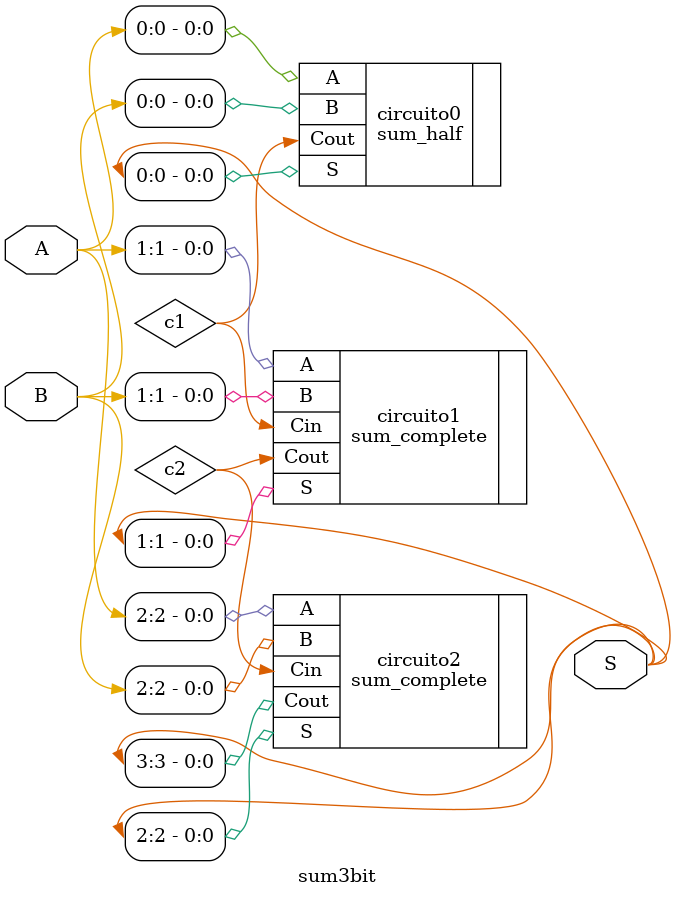
<source format=v>

module sum3bit(S, A, B);
input [2:0] A, B;
output [3:0] S;


wire c1, c2, c3; // sao os cout que conectam cada somador

sum_half 	 circuito0(.S(S[0]), .Cout(c1), .A(A[0]), .B(B[0])); 
sum_complete circuito1(.S(S[1]), .Cout(c2), .A(A[1]), .B(B[1]), .Cin(c1));
sum_complete circuito2(.S(S[2]), .Cout(S[3]), .A(A[2]), .B(B[2]), .Cin(c2));

// Cout ligado ao somador 

endmodule 
</source>
